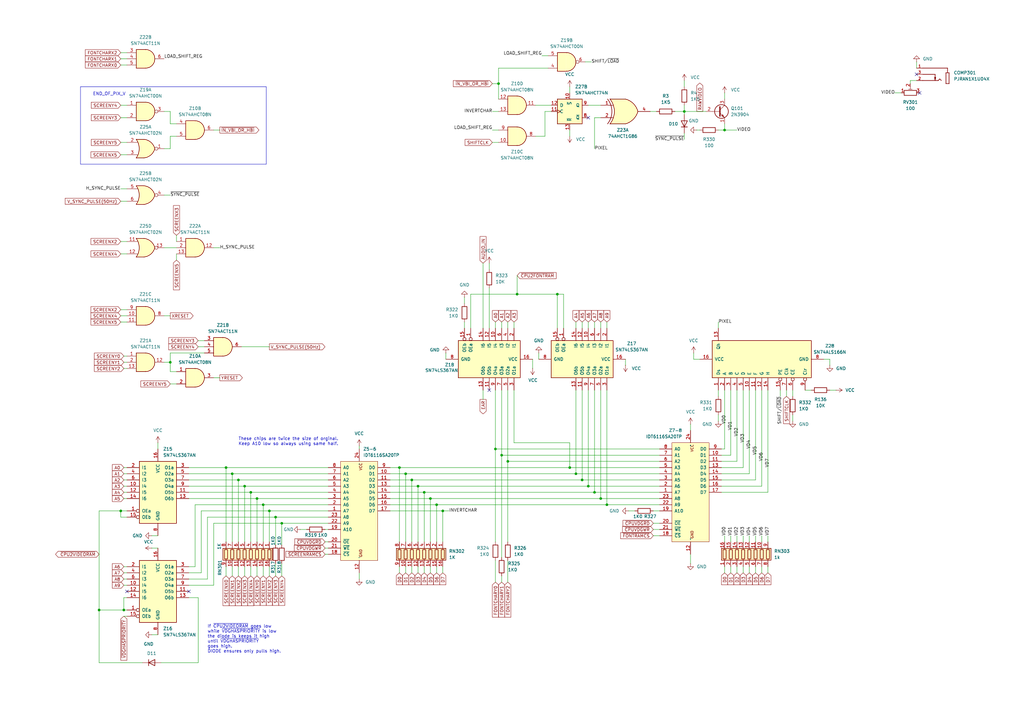
<source format=kicad_sch>
(kicad_sch (version 20250114) (generator "eeschema") (generator_version "9.0")
  (paper "A3")
  (title_block (title "JupiterAce Z80 plus KIO and new memory format.") (date "2023-02-09") (rev "${REVNUM}") (company "Ontobus") (comment 1 "John Bradley") (comment 2 "https://creativecommons.org/licenses/by-nc-sa/4.0/") (comment 3 "Attribution-NonCommercial-ShareAlike 4.0 International License.") (comment 4 "This work is licensed under a Creative Commons "))
  (text "These chips are twice the size of orginal.\nKeep A10 low so always using same half." (at 97.79 182.88 0) (effects (font (size 1.27 1.27)) (justify left bottom)))
  (text "If ~{CPU2VIDEORAM} goes low\nwhile ~{VDGHASPRIORITY} is low\nthe diode is keeps it high\nuntil ~{VDGHASPRIORITY} \ngoes high. \nDIODE ensures only pulls high." (at 85.09 267.97 0) (effects (font (size 1.27 1.27)) (justify left bottom)))
  (text "END_OF_PIX_V" (at 38.1 39.37 0) (effects (font (size 1.27 1.27)) (justify left bottom)))
  (junction (at 203.2 184.15))
  (junction (at 205.74 186.69))
  (junction (at 241.3 199.39))
  (junction (at 168.91 196.85))
  (junction (at 243.84 201.93))
  (junction (at 233.68 191.77))
  (junction (at 110.49 209.55))
  (junction (at 69.85 148.59))
  (junction (at 246.38 204.47))
  (junction (at 95.25 194.31))
  (junction (at 107.95 207.01))
  (junction (at 212.09 120.65))
  (junction (at 100.33 199.39))
  (junction (at 204.47 34.29))
  (junction (at 297.18 53.34))
  (junction (at 236.22 194.31))
  (junction (at 208.28 189.23))
  (junction (at 228.6 120.65))
  (junction (at 49.53 209.55))
  (junction (at 105.41 204.47))
  (junction (at 113.03 212.09))
  (junction (at 280.67 45.72))
  (junction (at 173.99 201.93))
  (junction (at 171.45 199.39))
  (junction (at 163.83 191.77))
  (junction (at 102.87 201.93))
  (junction (at 166.37 194.31))
  (junction (at 179.07 207.01))
  (junction (at 40.64 250.19))
  (junction (at 50.8 250.19))
  (junction (at 176.53 204.47))
  (junction (at 115.57 214.63))
  (junction (at 92.71 191.77))
  (junction (at 181.61 209.55))
  (junction (at 248.92 207.01))
  (junction (at 238.76 196.85))
  (junction (at 97.79 196.85))
  (no_connect (at 77.47 242.57))
  (no_connect (at 375.92 30.48))
  (no_connect (at 200.66 160.02))
  (no_connect (at 241.3 48.26))
  (no_connect (at 377.19 38.1))
  (no_connect (at 52.07 242.57))
  (wire (pts (xy 367.03 38.1) (xy 369.57 38.1)))
  (wire (pts (xy 77.47 234.95) (xy 82.55 234.95)))
  (wire (pts (xy 107.95 232.41) (xy 107.95 236.22)))
  (wire (pts (xy 134.62 217.17) (xy 133.35 217.17)))
  (wire (pts (xy 267.97 217.17) (xy 270.51 217.17)))
  (wire (pts (xy 205.74 186.69) (xy 205.74 228.6)))
  (wire (pts (xy 322.58 160.02) (xy 322.58 162.56)))
  (wire (pts (xy 87.63 154.94) (xy 90.17 154.94)))
  (wire (pts (xy 243.84 48.26) (xy 246.38 48.26)))
  (wire (pts (xy 160.02 196.85) (xy 168.91 196.85)))
  (wire (pts (xy 52.07 82.55) (xy 49.53 82.55)))
  (wire (pts (xy 297.18 53.34) (xy 302.26 53.34)))
  (wire (pts (xy 52.07 201.93) (xy 50.8 201.93)))
  (wire (pts (xy 52.07 148.59) (xy 50.8 148.59)))
  (wire (pts (xy 283.21 176.53) (xy 283.21 173.99)))
  (wire (pts (xy 72.39 99.06) (xy 72.39 96.52)))
  (wire (pts (xy 147.32 184.15) (xy 147.32 182.88)))
  (wire (pts (xy 248.92 207.01) (xy 270.51 207.01)))
  (wire (pts (xy 198.12 107.95) (xy 198.12 134.62)))
  (wire (pts (xy 52.07 104.14) (xy 49.53 104.14)))
  (wire (pts (xy 223.52 55.88) (xy 223.52 45.72)))
  (wire (pts (xy 77.47 191.77) (xy 92.71 191.77)))
  (wire (pts (xy 72.39 104.14) (xy 72.39 106.68)))
  (wire (pts (xy 40.64 209.55) (xy 40.64 250.19)))
  (wire (pts (xy 270.51 214.63) (xy 267.97 214.63)))
  (wire (pts (xy 314.96 160.02) (xy 314.96 201.93)))
  (wire (pts (xy 205.74 238.76) (xy 205.74 236.22)))
  (polyline (pts (xy 33.02 35.56) (xy 33.02 67.31)))
  (wire (pts (xy 52.07 194.31) (xy 50.8 194.31)))
  (wire (pts (xy 320.04 162.56) (xy 320.04 160.02)))
  (wire (pts (xy 77.47 199.39) (xy 100.33 199.39)))
  (wire (pts (xy 267.97 219.71) (xy 270.51 219.71)))
  (wire (pts (xy 176.53 204.47) (xy 176.53 222.25)))
  (wire (pts (xy 173.99 201.93) (xy 173.99 222.25)))
  (wire (pts (xy 246.38 134.62) (xy 246.38 132.08)))
  (wire (pts (xy 77.47 232.41) (xy 80.01 232.41)))
  (wire (pts (xy 107.95 207.01) (xy 134.62 207.01)))
  (wire (pts (xy 81.28 271.78) (xy 66.04 271.78)))
  (wire (pts (xy 176.53 232.41) (xy 176.53 234.95)))
  (wire (pts (xy 287.02 53.34) (xy 285.75 53.34)))
  (wire (pts (xy 67.31 129.54) (xy 69.85 129.54)))
  (wire (pts (xy 62.23 224.79) (xy 64.77 224.79)))
  (wire (pts (xy 297.18 232.41) (xy 297.18 234.95)))
  (wire (pts (xy 204.47 27.94) (xy 224.79 27.94)))
  (wire (pts (xy 105.41 204.47) (xy 134.62 204.47)))
  (wire (pts (xy 233.68 181.61) (xy 233.68 191.77)))
  (wire (pts (xy 233.68 38.1) (xy 233.68 35.56)))
  (wire (pts (xy 49.53 24.13) (xy 52.07 24.13)))
  (wire (pts (xy 299.72 219.71) (xy 299.72 222.25)))
  (wire (pts (xy 72.39 152.4) (xy 69.85 152.4)))
  (wire (pts (xy 243.84 48.26) (xy 243.84 60.96)))
  (wire (pts (xy 200.66 107.95) (xy 200.66 110.49)))
  (wire (pts (xy 297.18 160.02) (xy 297.18 184.15)))
  (wire (pts (xy 200.66 134.62) (xy 200.66 118.11)))
  (wire (pts (xy 77.47 204.47) (xy 105.41 204.47)))
  (wire (pts (xy 304.8 160.02) (xy 304.8 191.77)))
  (wire (pts (xy 168.91 196.85) (xy 168.91 222.25)))
  (wire (pts (xy 82.55 209.55) (xy 82.55 234.95)))
  (wire (pts (xy 125.73 217.17) (xy 123.19 217.17)))
  (wire (pts (xy 208.28 229.87) (xy 208.28 238.76)))
  (wire (pts (xy 179.07 232.41) (xy 179.07 234.95)))
  (wire (pts (xy 297.18 40.64) (xy 297.18 38.1)))
  (wire (pts (xy 228.6 134.62) (xy 228.6 120.65)))
  (wire (pts (xy 203.2 184.15) (xy 203.2 222.25)))
  (wire (pts (xy 236.22 194.31) (xy 270.51 194.31)))
  (wire (pts (xy 85.09 212.09) (xy 85.09 237.49)))
  (wire (pts (xy 100.33 199.39) (xy 100.33 222.25)))
  (wire (pts (xy 69.85 152.4) (xy 69.85 148.59)))
  (wire (pts (xy 299.72 232.41) (xy 299.72 234.95)))
  (wire (pts (xy 52.07 240.03) (xy 50.8 240.03)))
  (wire (pts (xy 307.34 232.41) (xy 307.34 234.95)))
  (wire (pts (xy 270.51 186.69) (xy 205.74 186.69)))
  (wire (pts (xy 198.12 160.02) (xy 198.12 163.83)))
  (wire (pts (xy 110.49 209.55) (xy 110.49 222.25)))
  (wire (pts (xy 50.8 151.13) (xy 52.07 151.13)))
  (wire (pts (xy 307.34 219.71) (xy 307.34 222.25)))
  (wire (pts (xy 295.91 191.77) (xy 304.8 191.77)))
  (wire (pts (xy 295.91 199.39) (xy 312.42 199.39)))
  (wire (pts (xy 160.02 207.01) (xy 179.07 207.01)))
  (wire (pts (xy 102.87 201.93) (xy 102.87 222.25)))
  (wire (pts (xy 52.07 77.47) (xy 49.53 77.47)))
  (wire (pts (xy 52.07 212.09) (xy 49.53 212.09)))
  (wire (pts (xy 297.18 53.34) (xy 294.64 53.34)))
  (wire (pts (xy 210.82 181.61) (xy 210.82 160.02)))
  (wire (pts (xy 179.07 207.01) (xy 248.92 207.01)))
  (polyline (pts (xy 109.22 67.31) (xy 109.22 35.56)))
  (wire (pts (xy 69.85 50.8) (xy 69.85 45.72)))
  (wire (pts (xy 77.47 237.49) (xy 85.09 237.49)))
  (wire (pts (xy 81.28 142.24) (xy 83.82 142.24)))
  (wire (pts (xy 72.39 50.8) (xy 69.85 50.8)))
  (wire (pts (xy 193.04 120.65) (xy 193.04 134.62)))
  (wire (pts (xy 266.7 45.72) (xy 269.24 45.72)))
  (wire (pts (xy 304.8 232.41) (xy 304.8 234.95)))
  (wire (pts (xy 176.53 204.47) (xy 246.38 204.47)))
  (wire (pts (xy 87.63 53.34) (xy 90.17 53.34)))
  (wire (pts (xy 248.92 134.62) (xy 248.92 132.08)))
  (wire (pts (xy 52.07 234.95) (xy 50.8 234.95)))
  (wire (pts (xy 304.8 219.71) (xy 304.8 222.25)))
  (wire (pts (xy 40.64 271.78) (xy 58.42 271.78)))
  (wire (pts (xy 236.22 134.62) (xy 236.22 132.08)))
  (wire (pts (xy 260.35 209.55) (xy 257.81 209.55)))
  (wire (pts (xy 77.47 240.03) (xy 87.63 240.03)))
  (wire (pts (xy 171.45 199.39) (xy 171.45 222.25)))
  (wire (pts (xy 90.17 101.6) (xy 87.63 101.6)))
  (wire (pts (xy 40.64 209.55) (xy 49.53 209.55)))
  (wire (pts (xy 283.21 227.33) (xy 283.21 231.14)))
  (wire (pts (xy 182.88 144.78) (xy 182.88 147.32)))
  (wire (pts (xy 280.67 45.72) (xy 289.56 45.72)))
  (wire (pts (xy 113.03 231.14) (xy 113.03 236.22)))
  (wire (pts (xy 102.87 201.93) (xy 134.62 201.93)))
  (wire (pts (xy 307.34 160.02) (xy 307.34 194.31)))
  (wire (pts (xy 147.32 234.95) (xy 147.32 237.49)))
  (wire (pts (xy 294.64 170.18) (xy 294.64 172.72)))
  (wire (pts (xy 133.35 227.33) (xy 134.62 227.33)))
  (wire (pts (xy 87.63 214.63) (xy 115.57 214.63)))
  (wire (pts (xy 67.31 101.6) (xy 72.39 101.6)))
  (wire (pts (xy 166.37 194.31) (xy 236.22 194.31)))
  (wire (pts (xy 80.01 207.01) (xy 107.95 207.01)))
  (wire (pts (xy 69.85 55.88) (xy 69.85 60.96)))
  (wire (pts (xy 340.36 160.02) (xy 342.9 160.02)))
  (wire (pts (xy 49.53 212.09) (xy 49.53 209.55)))
  (wire (pts (xy 337.82 147.32) (xy 340.36 147.32)))
  (wire (pts (xy 270.51 209.55) (xy 267.97 209.55)))
  (wire (pts (xy 223.52 55.88) (xy 219.71 55.88)))
  (wire (pts (xy 309.88 219.71) (xy 309.88 222.25)))
  (wire (pts (xy 233.68 53.34) (xy 233.68 55.88)))
  (wire (pts (xy 181.61 209.55) (xy 181.61 222.25)))
  (wire (pts (xy 64.77 219.71) (xy 62.23 219.71)))
  (wire (pts (xy 375.92 33.02) (xy 373.38 33.02)))
  (wire (pts (xy 160.02 204.47) (xy 176.53 204.47)))
  (wire (pts (xy 107.95 207.01) (xy 107.95 222.25)))
  (wire (pts (xy 243.84 160.02) (xy 243.84 201.93)))
  (wire (pts (xy 280.67 33.02) (xy 280.67 35.56)))
  (wire (pts (xy 52.07 43.18) (xy 49.53 43.18)))
  (wire (pts (xy 52.07 199.39) (xy 50.8 199.39)))
  (wire (pts (xy 95.25 194.31) (xy 95.25 222.25)))
  (wire (pts (xy 105.41 204.47) (xy 105.41 222.25)))
  (wire (pts (xy 160.02 191.77) (xy 163.83 191.77)))
  (wire (pts (xy 270.51 189.23) (xy 208.28 189.23)))
  (wire (pts (xy 171.45 199.39) (xy 241.3 199.39)))
  (wire (pts (xy 69.85 148.59) (xy 69.85 144.78)))
  (wire (pts (xy 204.47 58.42) (xy 201.93 58.42)))
  (wire (pts (xy 203.2 134.62) (xy 203.2 132.08)))
  (wire (pts (xy 241.3 199.39) (xy 270.51 199.39)))
  (wire (pts (xy 102.87 232.41) (xy 102.87 236.22)))
  (wire (pts (xy 50.8 146.05) (xy 52.07 146.05)))
  (wire (pts (xy 205.74 160.02) (xy 205.74 186.69)))
  (wire (pts (xy 160.02 199.39) (xy 171.45 199.39)))
  (wire (pts (xy 133.35 224.79) (xy 134.62 224.79)))
  (wire (pts (xy 64.77 260.35) (xy 62.23 260.35)))
  (wire (pts (xy 212.09 120.65) (xy 212.09 113.03)))
  (wire (pts (xy 241.3 160.02) (xy 241.3 199.39)))
  (wire (pts (xy 87.63 214.63) (xy 87.63 240.03)))
  (wire (pts (xy 256.54 149.86) (xy 256.54 147.32)))
  (wire (pts (xy 233.68 191.77) (xy 270.51 191.77)))
  (wire (pts (xy 115.57 214.63) (xy 115.57 223.52)))
  (wire (pts (xy 105.41 232.41) (xy 105.41 236.22)))
  (wire (pts (xy 243.84 201.93) (xy 270.51 201.93)))
  (wire (pts (xy 294.64 162.56) (xy 294.64 160.02)))
  (wire (pts (xy 270.51 184.15) (xy 203.2 184.15)))
  (wire (pts (xy 168.91 232.41) (xy 168.91 234.95)))
  (wire (pts (xy 248.92 160.02) (xy 248.92 207.01)))
  (wire (pts (xy 52.07 232.41) (xy 50.8 232.41)))
  (wire (pts (xy 77.47 245.11) (xy 81.28 245.11)))
  (wire (pts (xy 295.91 189.23) (xy 302.26 189.23)))
  (wire (pts (xy 67.31 60.96) (xy 69.85 60.96)))
  (wire (pts (xy 113.03 212.09) (xy 113.03 223.52)))
  (wire (pts (xy 92.71 191.77) (xy 92.71 222.25)))
  (wire (pts (xy 325.12 172.72) (xy 325.12 170.18)))
  (wire (pts (xy 173.99 201.93) (xy 243.84 201.93)))
  (wire (pts (xy 52.07 21.59) (xy 49.53 21.59)))
  (wire (pts (xy 95.25 232.41) (xy 95.25 236.22)))
  (wire (pts (xy 294.64 132.08) (xy 294.64 134.62)))
  (wire (pts (xy 201.93 45.72) (xy 204.47 45.72)))
  (polyline (pts (xy 109.22 35.56) (xy 33.02 35.56)))
  (wire (pts (xy 312.42 219.71) (xy 312.42 222.25)))
  (wire (pts (xy 210.82 134.62) (xy 210.82 132.08)))
  (wire (pts (xy 49.53 129.54) (xy 52.07 129.54)))
  (wire (pts (xy 203.2 229.87) (xy 203.2 238.76)))
  (wire (pts (xy 52.07 196.85) (xy 50.8 196.85)))
  (wire (pts (xy 190.5 132.08) (xy 190.5 134.62)))
  (wire (pts (xy 218.44 147.32) (xy 218.44 151.13)))
  (wire (pts (xy 210.82 181.61) (xy 233.68 181.61)))
  (wire (pts (xy 314.96 219.71) (xy 314.96 222.25)))
  (wire (pts (xy 325.12 160.02) (xy 325.12 162.56)))
  (wire (pts (xy 181.61 232.41) (xy 181.61 234.95)))
  (wire (pts (xy 100.33 199.39) (xy 134.62 199.39)))
  (wire (pts (xy 173.99 232.41) (xy 173.99 234.95)))
  (wire (pts (xy 50.8 250.19) (xy 52.07 250.19)))
  (wire (pts (xy 204.47 34.29) (xy 204.47 40.64)))
  (wire (pts (xy 110.49 232.41) (xy 110.49 236.22)))
  (wire (pts (xy 208.28 160.02) (xy 208.28 189.23)))
  (wire (pts (xy 82.55 209.55) (xy 110.49 209.55)))
  (wire (pts (xy 113.03 212.09) (xy 134.62 212.09)))
  (wire (pts (xy 208.28 134.62) (xy 208.28 132.08)))
  (wire (pts (xy 295.91 186.69) (xy 299.72 186.69)))
  (wire (pts (xy 243.84 134.62) (xy 243.84 132.08)))
  (wire (pts (xy 163.83 191.77) (xy 233.68 191.77)))
  (wire (pts (xy 246.38 204.47) (xy 270.51 204.47)))
  (wire (pts (xy 100.33 232.41) (xy 100.33 236.22)))
  (wire (pts (xy 280.67 46.99) (xy 280.67 45.72)))
  (wire (pts (xy 373.38 33.02) (xy 373.38 34.29)))
  (wire (pts (xy 246.38 43.18) (xy 241.3 43.18)))
  (wire (pts (xy 171.45 232.41) (xy 171.45 234.95)))
  (polyline (pts (xy 33.02 67.31) (xy 109.22 67.31)))
  (wire (pts (xy 134.62 196.85) (xy 97.79 196.85)))
  (wire (pts (xy 312.42 232.41) (xy 312.42 234.95)))
  (wire (pts (xy 81.28 245.11) (xy 81.28 271.78)))
  (wire (pts (xy 297.18 50.8) (xy 297.18 53.34)))
  (wire (pts (xy 302.26 232.41) (xy 302.26 234.95)))
  (wire (pts (xy 375.92 25.4) (xy 375.92 27.94)))
  (wire (pts (xy 115.57 231.14) (xy 115.57 236.22)))
  (wire (pts (xy 52.07 63.5) (xy 49.53 63.5)))
  (wire (pts (xy 280.67 54.61) (xy 280.67 57.15)))
  (wire (pts (xy 201.93 34.29) (xy 204.47 34.29)))
  (wire (pts (xy 160.02 209.55) (xy 181.61 209.55)))
  (wire (pts (xy 133.35 222.25) (xy 134.62 222.25)))
  (wire (pts (xy 50.8 245.11) (xy 52.07 245.11)))
  (wire (pts (xy 166.37 194.31) (xy 166.37 222.25)))
  (wire (pts (xy 77.47 194.31) (xy 95.25 194.31)))
  (wire (pts (xy 52.07 58.42) (xy 49.53 58.42)))
  (wire (pts (xy 205.74 134.62) (xy 205.74 132.08)))
  (wire (pts (xy 69.85 144.78) (xy 83.82 144.78)))
  (wire (pts (xy 97.79 232.41) (xy 97.79 236.22)))
  (wire (pts (xy 231.14 134.62) (xy 231.14 120.65)))
  (wire (pts (xy 115.57 214.63) (xy 134.62 214.63)))
  (wire (pts (xy 179.07 207.01) (xy 179.07 222.25)))
  (wire (pts (xy 309.88 160.02) (xy 309.88 196.85)))
  (wire (pts (xy 302.26 219.71) (xy 302.26 222.25)))
  (wire (pts (xy 330.2 160.02) (xy 332.74 160.02)))
  (wire (pts (xy 67.31 80.01) (xy 69.85 80.01)))
  (wire (pts (xy 52.07 204.47) (xy 50.8 204.47)))
  (wire (pts (xy 50.8 245.11) (xy 50.8 250.19)))
  (wire (pts (xy 312.42 160.02) (xy 312.42 199.39)))
  (wire (pts (xy 52.07 191.77) (xy 50.8 191.77)))
  (wire (pts (xy 246.38 160.02) (xy 246.38 204.47)))
  (wire (pts (xy 40.64 250.19) (xy 50.8 250.19)))
  (wire (pts (xy 203.2 160.02) (xy 203.2 184.15)))
  (wire (pts (xy 52.07 99.06) (xy 49.53 99.06)))
  (wire (pts (xy 220.98 147.32) (xy 220.98 144.78)))
  (wire (pts (xy 295.91 194.31) (xy 307.34 194.31)))
  (wire (pts (xy 77.47 201.93) (xy 102.87 201.93)))
  (wire (pts (xy 309.88 232.41) (xy 309.88 234.95)))
  (wire (pts (xy 238.76 196.85) (xy 270.51 196.85)))
  (wire (pts (xy 297.18 219.71) (xy 297.18 222.25)))
  (wire (pts (xy 49.53 209.55) (xy 52.07 209.55)))
  (wire (pts (xy 168.91 196.85) (xy 238.76 196.85)))
  (wire (pts (xy 72.39 55.88) (xy 69.85 55.88)))
  (wire (pts (xy 284.48 147.32) (xy 284.48 144.78)))
  (wire (pts (xy 181.61 209.55) (xy 184.15 209.55)))
  (wire (pts (xy 276.86 45.72) (xy 280.67 45.72)))
  (wire (pts (xy 49.53 127) (xy 52.07 127)))
  (wire (pts (xy 80.01 207.01) (xy 80.01 232.41)))
  (wire (pts (xy 340.36 149.86) (xy 340.36 147.32)))
  (wire (pts (xy 228.6 120.65) (xy 231.14 120.65)))
  (wire (pts (xy 204.47 27.94) (xy 204.47 34.29)))
  (wire (pts (xy 52.07 26.67) (xy 49.53 26.67)))
  (wire (pts (xy 77.47 196.85) (xy 97.79 196.85)))
  (wire (pts (xy 287.02 147.32) (xy 284.48 147.32)))
  (wire (pts (xy 163.83 232.41) (xy 163.83 234.95)))
  (wire (pts (xy 166.37 232.41) (xy 166.37 234.95)))
  (wire (pts (xy 110.49 209.55) (xy 134.62 209.55)))
  (wire (pts (xy 160.02 194.31) (xy 166.37 194.31)))
  (wire (pts (xy 64.77 184.15) (xy 64.77 181.61)))
  (wire (pts (xy 95.25 194.31) (xy 134.62 194.31)))
  (wire (pts (xy 163.83 191.77) (xy 163.83 222.25)))
  (wire (pts (xy 238.76 134.62) (xy 238.76 132.08)))
  (wire (pts (xy 236.22 160.02) (xy 236.22 194.31)))
  (wire (pts (xy 219.71 43.18) (xy 226.06 43.18)))
  (wire (pts (xy 99.06 142.24) (xy 110.49 142.24)))
  (wire (pts (xy 238.76 160.02) (xy 238.76 196.85)))
  (wire (pts (xy 52.07 237.49) (xy 50.8 237.49)))
  (wire (pts (xy 81.28 139.7) (xy 83.82 139.7)))
  (wire (pts (xy 92.71 191.77) (xy 134.62 191.77)))
  (wire (pts (xy 85.09 212.09) (xy 113.03 212.09)))
  (wire (pts (xy 97.79 196.85) (xy 97.79 222.25)))
  (wire (pts (xy 49.53 132.08) (xy 52.07 132.08)))
  (wire (pts (xy 212.09 120.65) (xy 228.6 120.65)))
  (wire (pts (xy 295.91 196.85) (xy 309.88 196.85)))
  (wire (pts (xy 299.72 160.02) (xy 299.72 186.69)))
  (wire (pts (xy 223.52 45.72) (xy 226.06 45.72)))
  (wire (pts (xy 222.25 22.86) (xy 224.79 22.86)))
  (wire (pts (xy 72.39 157.48) (xy 69.85 157.48)))
  (wire (pts (xy 67.31 45.72) (xy 69.85 45.72)))
  (wire (pts (xy 241.3 134.62) (xy 241.3 132.08)))
  (wire (pts (xy 295.91 184.15) (xy 297.18 184.15)))
  (wire (pts (xy 201.93 53.34) (xy 204.47 53.34)))
  (wire (pts (xy 295.91 201.93) (xy 314.96 201.93)))
  (wire (pts (xy 52.07 48.26) (xy 49.53 48.26)))
  (wire (pts (xy 190.5 121.92) (xy 190.5 124.46)))
  (wire (pts (xy 160.02 201.93) (xy 173.99 201.93)))
  (wire (pts (xy 40.64 250.19) (xy 40.64 271.78)))
  (wire (pts (xy 240.03 25.4) (xy 242.57 25.4)))
  (wire (pts (xy 208.28 189.23) (xy 208.28 222.25)))
  (wire (pts (xy 69.85 148.59) (xy 67.31 148.59)))
  (wire (pts (xy 314.96 232.41) (xy 314.96 234.95)))
  (wire (pts (xy 92.71 232.41) (xy 92.71 236.22)))
  (wire (pts (xy 280.67 43.18) (xy 280.67 45.72)))
  (wire (pts (xy 302.26 160.02) (xy 302.26 189.23)))
  (wire (pts (xy 52.07 252.73) (xy 50.8 252.73)))
  (wire (pts (xy 193.04 120.65) (xy 212.09 120.65)))
  (label "VD4" (at 307.34 219.71 90))
  (label "LOAD_SHIFT_REG" (at 67.31 24.13 0))
  (label "SHIFT{slash}~{LOAD}" (at 242.57 25.4 0))
  (label "PIXEL" (at 243.84 60.96 0))
  (label "VD1" (at 299.72 172.72 270))
  (label "VIDEO" (at 367.03 38.1 180))
  (label "VD0" (at 297.18 219.71 90))
  (label "LOAD_SHIFT_REG" (at 222.25 22.86 180))
  (label "VD1" (at 299.72 219.71 90))
  (label "SHIFT{slash}~{LOAD}" (at 320.04 162.56 270))
  (label "VD3" (at 304.8 177.8 270))
  (label "VIDEO" (at 302.26 53.34 0))
  (label "VD4" (at 307.34 180.34 270))
  (label "VD0" (at 297.18 170.18 270))
  (label "H_SYNC_PULSE" (at 90.17 101.6 0))
  (label "LOAD_SHIFT_REG" (at 201.93 53.34 180))
  (label "~{SYNC_PULSE}" (at 69.85 80.01 0))
  (label "~{SYNC_PULSE}" (at 280.67 57.15 180))
  (label "VD5" (at 309.88 182.88 270))
  (label "VD6" (at 312.42 185.42 270))
  (label "VD2" (at 302.26 219.71 90))
  (label "H_SYNC_PULSE" (at 49.53 77.47 180))
  (label "VD7" (at 314.96 187.96 270))
  (label "INVERTCHAR" (at 184.15 209.55 0))
  (label "VD7" (at 314.96 219.71 90))
  (label "PIXEL" (at 294.64 132.08 0))
  (label "VD2" (at 302.26 175.26 270))
  (label "INVERTCHAR" (at 201.93 45.72 180))
  (label "VD5" (at 309.88 219.71 90))
  (label "VD6" (at 312.42 219.71 90))
  (label "VD3" (at 304.8 219.71 90))
  (global_label "~{IN_VBI_OR_HBI}" (shape output) (at 90.17 53.34 0) (property "Intersheetrefs" "${INTERSHEET_REFS}" (at 106.1083 53.34 0) (effects (justify left))))
  (global_label "A4" (shape input) (at 50.8 201.93 180) (property "Intersheetrefs" "${INTERSHEET_REFS}" (at 46.1709 201.93 0) (effects (justify right))))
  (global_label "~{CPU2FONTRAM}" (shape input) (at 212.09 113.03 0) (property "Intersheetrefs" "${INTERSHEET_REFS}" (at 228.0282 113.03 0) (effects (justify left))))
  (global_label "SCREENX3" (shape input) (at 100.33 236.22 270) (property "Intersheetrefs" "${INTERSHEET_REFS}" (at 100.33 248.348 90) (effects (justify right))))
  (global_label "SCREENX3" (shape input) (at 72.39 96.52 90) (property "Intersheetrefs" "${INTERSHEET_REFS}" (at 72.39 84.392 90) (effects (justify left))))
  (global_label "~{SCREENRAMCS}" (shape input) (at 133.35 227.33 180) (property "Intersheetrefs" "${INTERSHEET_REFS}" (at 119.2866 227.33 0) (effects (justify right))))
  (global_label "SCREENY5" (shape input) (at 49.53 58.42 180) (property "Intersheetrefs" "${INTERSHEET_REFS}" (at 37.5229 58.42 0) (effects (justify right))))
  (global_label "D0" (shape input) (at 163.83 234.95 270) (property "Intersheetrefs" "${INTERSHEET_REFS}" (at 163.83 239.7605 90) (effects (justify right))))
  (global_label "D3" (shape input) (at 171.45 234.95 270) (property "Intersheetrefs" "${INTERSHEET_REFS}" (at 171.45 239.7605 90) (effects (justify right))))
  (global_label "~{FONTRAMCS}" (shape input) (at 267.97 219.71 180) (property "Intersheetrefs" "${INTERSHEET_REFS}" (at 254.6323 219.71 0) (effects (justify right))))
  (global_label "SCREENX4" (shape input) (at 49.53 104.14 180) (property "Intersheetrefs" "${INTERSHEET_REFS}" (at 37.402 104.14 0) (effects (justify right))))
  (global_label "SCREENY2" (shape input) (at 110.49 236.22 270) (property "Intersheetrefs" "${INTERSHEET_REFS}" (at 110.49 248.2271 90) (effects (justify right))))
  (global_label "EAR" (shape output) (at 198.12 163.83 270) (property "Intersheetrefs" "${INTERSHEET_REFS}" (at 198.12 169.6686 90) (effects (justify right))))
  (global_label "D7" (shape input) (at 181.61 234.95 270) (property "Intersheetrefs" "${INTERSHEET_REFS}" (at 181.61 239.7605 90) (effects (justify right))))
  (global_label "D2" (shape input) (at 302.26 234.95 270) (property "Intersheetrefs" "${INTERSHEET_REFS}" (at 302.26 239.7605 90) (effects (justify right))))
  (global_label "~{CPUVDGWR}" (shape input) (at 267.97 217.17 180) (property "Intersheetrefs" "${INTERSHEET_REFS}" (at 255.4185 217.17 0) (effects (justify right))))
  (global_label "FONTCHARX2" (shape input) (at 49.53 21.59 180) (property "Intersheetrefs" "${INTERSHEET_REFS}" (at 35.1037 21.59 0) (effects (justify right))))
  (global_label "A7" (shape input) (at 243.84 132.08 90) (property "Intersheetrefs" "${INTERSHEET_REFS}" (at 243.84 127.4509 90) (effects (justify left))))
  (global_label "SCREENY2" (shape input) (at 50.8 151.13 180) (property "Intersheetrefs" "${INTERSHEET_REFS}" (at 38.7929 151.13 0) (effects (justify right))))
  (global_label "D3" (shape input) (at 304.8 234.95 270) (property "Intersheetrefs" "${INTERSHEET_REFS}" (at 304.8 239.7605 90) (effects (justify right))))
  (global_label "A6" (shape input) (at 50.8 232.41 180) (property "Intersheetrefs" "${INTERSHEET_REFS}" (at 46.1709 232.41 0) (effects (justify right))))
  (global_label "FONTCHARX0" (shape input) (at 49.53 26.67 180) (property "Intersheetrefs" "${INTERSHEET_REFS}" (at 35.1037 26.67 0) (effects (justify right))))
  (global_label "A5" (shape input) (at 50.8 204.47 180) (property "Intersheetrefs" "${INTERSHEET_REFS}" (at 46.1709 204.47 0) (effects (justify right))))
  (global_label "~{VDGHASPRIORITY}" (shape input) (at 50.8 252.73 270) (property "Intersheetrefs" "${INTERSHEET_REFS}" (at 50.8 270.7245 90) (effects (justify right))))
  (global_label "FONTCHARX1" (shape input) (at 49.53 24.13 180) (property "Intersheetrefs" "${INTERSHEET_REFS}" (at 35.1037 24.13 0) (effects (justify right))))
  (global_label "FONTCHARY0" (shape input) (at 203.2 238.76 270) (property "Intersheetrefs" "${INTERSHEET_REFS}" (at 203.2 253.0654 90) (effects (justify right))))
  (global_label "A8" (shape input) (at 246.38 132.08 90) (property "Intersheetrefs" "${INTERSHEET_REFS}" (at 246.38 127.4509 90) (effects (justify left))))
  (global_label "D6" (shape input) (at 179.07 234.95 270) (property "Intersheetrefs" "${INTERSHEET_REFS}" (at 179.07 239.7605 90) (effects (justify right))))
  (global_label "A5" (shape input) (at 238.76 132.08 90) (property "Intersheetrefs" "${INTERSHEET_REFS}" (at 238.76 127.4509 90) (effects (justify left))))
  (global_label "SCREENY5" (shape input) (at 69.85 157.48 180) (property "Intersheetrefs" "${INTERSHEET_REFS}" (at 57.8429 157.48 0) (effects (justify right))))
  (global_label "~{CPUVDGWR}" (shape input) (at 133.35 224.79 180) (property "Intersheetrefs" "${INTERSHEET_REFS}" (at 120.7985 224.79 0) (effects (justify right))))
  (global_label "XRESET" (shape output) (at 69.85 129.54 0) (property "Intersheetrefs" "${INTERSHEET_REFS}" (at 79.1356 129.54 0) (effects (justify left))))
  (global_label "D4" (shape input) (at 173.99 234.95 270) (property "Intersheetrefs" "${INTERSHEET_REFS}" (at 173.99 239.7605 90) (effects (justify right))))
  (global_label "YRESET" (shape output) (at 90.17 154.94 0) (property "Intersheetrefs" "${INTERSHEET_REFS}" (at 99.3347 154.94 0) (effects (justify left))))
  (global_label "FONTCHARY1" (shape input) (at 205.74 238.76 270) (property "Intersheetrefs" "${INTERSHEET_REFS}" (at 205.74 253.0654 90) (effects (justify right))))
  (global_label "D2" (shape input) (at 168.91 234.95 270) (property "Intersheetrefs" "${INTERSHEET_REFS}" (at 168.91 239.7605 90) (effects (justify right))))
  (global_label "A1" (shape input) (at 50.8 194.31 180) (property "Intersheetrefs" "${INTERSHEET_REFS}" (at 46.1709 194.31 0) (effects (justify right))))
  (global_label "D7" (shape input) (at 314.96 234.95 270) (property "Intersheetrefs" "${INTERSHEET_REFS}" (at 314.96 239.7605 90) (effects (justify right))))
  (global_label "SCREENY4" (shape input) (at 81.28 142.24 180) (property "Intersheetrefs" "${INTERSHEET_REFS}" (at 69.2729 142.24 0) (effects (justify right))))
  (global_label "D6" (shape input) (at 312.42 234.95 270) (property "Intersheetrefs" "${INTERSHEET_REFS}" (at 312.42 239.7605 90) (effects (justify right))))
  (global_label "A3" (shape input) (at 210.82 132.08 90) (property "Intersheetrefs" "${INTERSHEET_REFS}" (at 210.82 127.4509 90) (effects (justify left))))
  (global_label "SCREENX5" (shape input) (at 49.53 63.5 180) (property "Intersheetrefs" "${INTERSHEET_REFS}" (at 37.402 63.5 0) (effects (justify right))))
  (global_label "A8" (shape input) (at 50.8 237.49 180) (property "Intersheetrefs" "${INTERSHEET_REFS}" (at 46.1709 237.49 0) (effects (justify right))))
  (global_label "SCREENY0" (shape input) (at 50.8 146.05 180) (property "Intersheetrefs" "${INTERSHEET_REFS}" (at 38.7929 146.05 0) (effects (justify right))))
  (global_label "SHIFTCLK" (shape input) (at 201.93 58.42 180) (property "Intersheetrefs" "${INTERSHEET_REFS}" (at 190.8299 58.42 0) (effects (justify right))))
  (global_label "~{IN_VBI_OR_HBI}" (shape input) (at 201.93 34.29 180) (property "Intersheetrefs" "${INTERSHEET_REFS}" (at 185.9917 34.29 0) (effects (justify right))))
  (global_label "D0" (shape input) (at 297.18 234.95 270) (property "Intersheetrefs" "${INTERSHEET_REFS}" (at 297.18 239.7605 90) (effects (justify right))))
  (global_label "A4" (shape input) (at 236.22 132.08 90) (property "Intersheetrefs" "${INTERSHEET_REFS}" (at 236.22 127.4509 90) (effects (justify left))))
  (global_label "A1" (shape input) (at 205.74 132.08 90) (property "Intersheetrefs" "${INTERSHEET_REFS}" (at 205.74 127.4509 90) (effects (justify left))))
  (global_label "~{CPUVDGRD}" (shape input) (at 133.35 222.25 180) (property "Intersheetrefs" "${INTERSHEET_REFS}" (at 120.9799 222.25 0) (effects (justify right))))
  (global_label "A2" (shape input) (at 208.28 132.08 90) (property "Intersheetrefs" "${INTERSHEET_REFS}" (at 208.28 127.4509 90) (effects (justify left))))
  (global_label "SCREENX2" (shape input) (at 97.79 236.22 270) (property "Intersheetrefs" "${INTERSHEET_REFS}" (at 97.79 248.348 90) (effects (justify right))))
  (global_label "A0" (shape input) (at 50.8 191.77 180) (property "Intersheetrefs" "${INTERSHEET_REFS}" (at 46.1709 191.77 0) (effects (justify right))))
  (global_label "A3" (shape input) (at 50.8 199.39 180) (property "Intersheetrefs" "${INTERSHEET_REFS}" (at 46.1709 199.39 0) (effects (justify right))))
  (global_label "SCREENY3" (shape input) (at 81.28 139.7 180) (property "Intersheetrefs" "${INTERSHEET_REFS}" (at 69.2729 139.7 0) (effects (justify right))))
  (global_label "A9" (shape input) (at 248.92 132.08 90) (property "Intersheetrefs" "${INTERSHEET_REFS}" (at 248.92 127.4509 90) (effects (justify left))))
  (global_label "A9" (shape input) (at 50.8 240.03 180) (property "Intersheetrefs" "${INTERSHEET_REFS}" (at 46.1709 240.03 0) (effects (justify right))))
  (global_label "SCREENX5" (shape input) (at 72.39 106.68 270) (property "Intersheetrefs" "${INTERSHEET_REFS}" (at 72.39 118.808 90) (effects (justify right))))
  (global_label "D5" (shape input) (at 176.53 234.95 270) (property "Intersheetrefs" "${INTERSHEET_REFS}" (at 176.53 239.7605 90) (effects (justify right))))
  (global_label "SCREENY3" (shape input) (at 113.03 236.22 270) (property "Intersheetrefs" "${INTERSHEET_REFS}" (at 113.03 248.2271 90) (effects (justify right))))
  (global_label "D4" (shape input) (at 307.34 234.95 270) (property "Intersheetrefs" "${INTERSHEET_REFS}" (at 307.34 239.7605 90) (effects (justify right))))
  (global_label "V_SYNC_PULSE(50Hz)" (shape output) (at 110.49 142.24 0) (property "Intersheetrefs" "${INTERSHEET_REFS}" (at 133.2015 142.24 0) (effects (justify left))))
  (global_label "D1" (shape input) (at 299.72 234.95 270) (property "Intersheetrefs" "${INTERSHEET_REFS}" (at 299.72 239.7605 90) (effects (justify right))))
  (global_label "SCREENY4" (shape input) (at 115.57 236.22 270) (property "Intersheetrefs" "${INTERSHEET_REFS}" (at 115.57 248.2271 90) (effects (justify right))))
  (global_label "SCREENX0" (shape input) (at 92.71 236.22 270) (property "Intersheetrefs" "${INTERSHEET_REFS}" (at 92.71 248.348 90) (effects (justify right))))
  (global_label "SHIFTCLK" (shape input) (at 322.58 162.56 270) (property "Intersheetrefs" "${INTERSHEET_REFS}" (at 322.58 173.6601 90) (effects (justify right))))
  (global_label "SCREENX1" (shape input) (at 95.25 236.22 270) (property "Intersheetrefs" "${INTERSHEET_REFS}" (at 95.25 248.348 90) (effects (justify right))))
  (global_label "SCREENY1" (shape input) (at 107.95 236.22 270) (property "Intersheetrefs" "${INTERSHEET_REFS}" (at 107.95 248.2271 90) (effects (justify right))))
  (global_label "AUDIO_IN" (shape input) (at 198.12 107.95 90) (property "Intersheetrefs" "${INTERSHEET_REFS}" (at 198.12 97.0917 90) (effects (justify left))))
  (global_label "SCREENX2" (shape input) (at 49.53 99.06 180) (property "Intersheetrefs" "${INTERSHEET_REFS}" (at 37.402 99.06 0) (effects (justify right))))
  (global_label "A2" (shape input) (at 50.8 196.85 180) (property "Intersheetrefs" "${INTERSHEET_REFS}" (at 46.1709 196.85 0) (effects (justify right))))
  (global_label "SCREENX2" (shape input) (at 49.53 127 180) (property "Intersheetrefs" "${INTERSHEET_REFS}" (at 37.402 127 0) (effects (justify right))))
  (global_label "SCREENX4" (shape input) (at 102.87 236.22 270) (property "Intersheetrefs" "${INTERSHEET_REFS}" (at 102.87 248.348 90) (effects (justify right))))
  (global_label "~{CPUVDGRD}" (shape input) (at 267.97 214.63 180) (property "Intersheetrefs" "${INTERSHEET_REFS}" (at 255.5999 214.63 0) (effects (justify right))))
  (global_label "V_SYNC_PULSE(50Hz)" (shape input) (at 49.53 82.55 180) (property "Intersheetrefs" "${INTERSHEET_REFS}" (at 26.8185 82.55 0) (effects (justify right))))
  (global_label "SCREENY3" (shape input) (at 49.53 48.26 180) (property "Intersheetrefs" "${INTERSHEET_REFS}" (at 37.5229 48.26 0) (effects (justify right))))
  (global_label "A0" (shape input) (at 203.2 132.08 90) (property "Intersheetrefs" "${INTERSHEET_REFS}" (at 203.2 127.4509 90) (effects (justify left))))
  (global_label "RAWVIDEO" (shape output) (at 287.02 45.72 90) (property "Intersheetrefs" "${INTERSHEET_REFS}" (at 287.02 34.1361 90) (effects (justify left))))
  (global_label "SCREENY0" (shape input) (at 105.41 236.22 270) (property "Intersheetrefs" "${INTERSHEET_REFS}" (at 105.41 248.2271 90) (effects (justify right))))
  (global_label "SCREENX5" (shape input) (at 49.53 132.08 180) (property "Intersheetrefs" "${INTERSHEET_REFS}" (at 37.402 132.08 0) (effects (justify right))))
  (global_label "A7" (shape input) (at 50.8 234.95 180) (property "Intersheetrefs" "${INTERSHEET_REFS}" (at 46.1709 234.95 0) (effects (justify right))))
  (global_label "~{CPU2VIDEORAM}" (shape bidirectional) (at 40.64 227.33 180) (property "Intersheetrefs" "${INTERSHEET_REFS}" (at 23.0236 227.33 0) (effects (justify right))))
  (global_label "D5" (shape input) (at 309.88 234.95 270) (property "Intersheetrefs" "${INTERSHEET_REFS}" (at 309.88 239.7605 90) (effects (justify right))))
  (global_label "SCREENY1" (shape input) (at 50.8 148.59 180) (property "Intersheetrefs" "${INTERSHEET_REFS}" (at 38.7929 148.59 0) (effects (justify right))))
  (global_label "SCREENX4" (shape input) (at 49.53 129.54 180) (property "Intersheetrefs" "${INTERSHEET_REFS}" (at 37.402 129.54 0) (effects (justify right))))
  (global_label "SCREENY4" (shape input) (at 49.53 43.18 180) (property "Intersheetrefs" "${INTERSHEET_REFS}" (at 37.5229 43.18 0) (effects (justify right))))
  (global_label "D1" (shape input) (at 166.37 234.95 270) (property "Intersheetrefs" "${INTERSHEET_REFS}" (at 166.37 239.7605 90) (effects (justify right))))
  (global_label "FONTCHARY2" (shape input) (at 208.28 238.76 270) (property "Intersheetrefs" "${INTERSHEET_REFS}" (at 208.28 253.0654 90) (effects (justify right))))
  (global_label "A6" (shape input) (at 241.3 132.08 90) (property "Intersheetrefs" "${INTERSHEET_REFS}" (at 241.3 127.4509 90) (effects (justify left))))
  (symbol (lib_id "ExtraSymbols:6116P") (at 147.32 209.55 0) (unit 1)
    (property "Reference" "Z5-6" (at 148.9711 184.15 0) (effects (justify left)))
    (property "Value" "IDT6116SA20TP" (at 148.9711 186.69 0) (effects (justify left)))
    (property "Footprint" "Package_DIP:DIP-24_W7.62mm" (effects (hide yes)))
  )
  (symbol (lib_id "Device:R") (at 205.74 232.41 0) (unit 1)
    (property "Reference" "R325" (at 208.28 231.1399 0) (effects (justify left)))
    (property "Value" "1K0" (at 208.28 233.6799 0) (effects (justify left)))
    (property "Footprint" "Resistor_THT:R_Axial_DIN0204_L3.6mm_D1.6mm_P2.54mm_Vertical" (effects (hide yes)))
    (property "Description" "Resistor" (effects (hide yes)))
  )
  (symbol (lib_id "Device:R_Pack08") (at 100.33 227.33 180) (unit 1)
    (property "Reference" "RN301" (at 90.17 229.616 90) (effects (justify left)))
    (property "Value" "1K" (at 89.916 222.758 90) (effects (justify left)))
    (property "Footprint" "Package_DIP:DIP-16_W7.62mm" (effects (hide yes)))
    (property "Description" "8 resistor network, parallel topology" (effects (hide yes)))
  )
  (symbol (lib_id "Transistor_BJT:2N3904") (at 294.64 45.72 0) (unit 1)
    (property "Reference" "Q101" (at 299.72 44.4499 0) (effects (justify left)))
    (property "Value" "2N3904" (at 299.72 46.9899 0) (effects (justify left)))
    (property "Footprint" "Package_TO_SOT_THT:TO-92_Inline" (effects (hide yes)))
    (property "Datasheet" "https://www.onsemi.com/pub/Collateral/2N3903-D.PDF" (effects (hide yes)))
    (property "Description" "0.2A Ic, 40V Vce, Small Signal NPN Transistor, TO-92" (effects (hide yes)))
  )
  (symbol (lib_id "power:GND") (at 285.75 53.34 270) (unit 1)
    (property "Reference" "#~SUPPLY0302" (effects (hide yes)))
    (property "Value" "GND" (at 284.48 49.53 90))
    (property "Description" "Power symbol creates a global label with name \"GND\" , ground" (effects (hide yes)))
  )
  (symbol (lib_id "power:VCC") (at 297.18 38.1 0) (unit 1)
    (property "Reference" "#~P+0301" (effects (hide yes)))
    (property "Value" "VCC" (at 299.72 36.8299 0) (effects (justify left)))
    (property "Description" "Power symbol creates a global label with name \"VCC\"" (effects (hide yes)))
  )
  (symbol (lib_id "Device:R") (at 290.83 53.34 270) (unit 1)
    (property "Reference" "R330" (at 290.83 57.15 90))
    (property "Value" "100" (at 290.83 59.69 90))
    (property "Footprint" "Resistor_THT:R_Axial_DIN0204_L3.6mm_D1.6mm_P2.54mm_Vertical" (effects (hide yes)))
    (property "Description" "Resistor" (effects (hide yes)))
  )
  (symbol (lib_id "power:VCC") (at 147.32 182.88 0) (unit 1)
    (property "Reference" "#~PWR0342" (effects (hide yes)))
    (property "Value" "VCC" (at 147.32 177.8 0))
    (property "Description" "Power symbol creates a global label with name \"VCC\"" (effects (hide yes)))
  )
  (symbol (lib_id "power:VCC") (at 283.21 173.99 0) (unit 1)
    (property "Reference" "#~PWR0357" (effects (hide yes)))
    (property "Value" "VCC" (at 283.21 168.91 0))
    (property "Description" "Power symbol creates a global label with name \"VCC\"" (effects (hide yes)))
  )
  (symbol (lib_id "ExtraSymbols:6116P") (at 283.21 201.93 0) (unit 1)
    (property "Reference" "Z7-8" (at 274.32 176.53 0) (effects (justify left)))
    (property "Value" "IDT6116SA20TP" (at 264.922 179.07 0) (effects (justify left)))
    (property "Footprint" "Package_DIP:DIP-24_W7.62mm" (effects (hide yes)))
  )
  (symbol (lib_id "power:GND") (at 147.32 237.49 0) (unit 1)
    (property "Reference" "#~PWR0343" (effects (hide yes)))
    (property "Value" "GND" (at 149.86 238.7599 0) (effects (justify left)))
    (property "Description" "Power symbol creates a global label with name \"GND\" , ground" (effects (hide yes)))
  )
  (symbol (lib_id "power:GND") (at 283.21 231.14 0) (unit 1)
    (property "Reference" "#~PWR0358" (effects (hide yes)))
    (property "Value" "GND" (at 285.75 232.4099 0) (effects (justify left)))
    (property "Description" "Power symbol creates a global label with name \"GND\" , ground" (effects (hide yes)))
  )
  (symbol (lib_id "Diode:1N4148") (at 62.23 271.78 0) (unit 1)
    (property "Reference" "D11" (at 62.23 267.97 0))
    (property "Value" "1N4148" (effects (hide yes)))
    (property "Footprint" "Diode_THT:D_DO-35_SOD27_P2.54mm_Vertical_AnodeUp" (effects (hide yes)))
    (property "Datasheet" "https://assets.nexperia.com/documents/data-sheet/1N4148_1N4448.pdf" (effects (hide yes)))
    (property "Description" "100V 0.15A standard switching diode, DO-35" (effects (hide yes)))
    (property "Sim.Device" "D" (effects (hide yes)))
    (property "Sim.Pins" "1=K 2=A" (effects (hide yes)))
  )
  (symbol (lib_id "Diode:1N4148") (at 280.67 50.8 90) (unit 1)
    (property "Reference" "D10" (at 278.13 50.7999 90) (effects (justify left)))
    (property "Value" "1N4148" (effects (hide yes)))
    (property "Footprint" "Diode_THT:D_DO-35_SOD27_P2.54mm_Vertical_AnodeUp" (effects (hide yes)))
    (property "Datasheet" "https://assets.nexperia.com/documents/data-sheet/1N4148_1N4448.pdf" (effects (hide yes)))
    (property "Description" "100V 0.15A standard switching diode, DO-35" (effects (hide yes)))
    (property "Sim.Device" "D" (effects (hide yes)))
    (property "Sim.Pins" "1=K 2=A" (effects (hide yes)))
  )
  (symbol (lib_id "Device:R_Pack08") (at 171.45 227.33 180) (unit 1)
    (property "Reference" "RN302" (at 184.15 226.0599 0) (effects (justify right)))
    (property "Value" "1K" (at 184.15 228.5999 0) (effects (justify right)))
    (property "Footprint" "Package_DIP:DIP-16_W7.62mm" (effects (hide yes)))
    (property "Description" "8 resistor network, parallel topology" (effects (hide yes)))
  )
  (symbol (lib_id "74xx:74LS74") (at 233.68 45.72 0) (unit 2)
    (property "Reference" "Z27" (at 235.8741 35.56 0) (effects (justify left)))
    (property "Value" "SN74AHCT74N" (at 235.8741 38.1 0) (effects (justify left)))
    (property "Footprint" "Package_DIP:DIP-14_W7.62mm" (effects (hide yes)))
    (property "Datasheet" "74xx/74hc_hct74.pdf" (effects (hide yes)))
    (property "Description" "Dual D Flip-flop, Set & Reset" (effects (hide yes)))
  )
  (symbol (lib_id "power:GND") (at 123.19 217.17 270) (unit 1)
    (property "Reference" "#~PWR0341" (effects (hide yes)))
    (property "Value" "GND" (at 120.396 217.17 90) (effects (justify right)))
    (property "Description" "Power symbol creates a global label with name \"GND\" , ground" (effects (hide yes)))
  )
  (symbol (lib_id "Device:R") (at 273.05 45.72 270) (unit 1)
    (property "Reference" "R3" (at 273.05 39.37 90))
    (property "Value" "1K5" (at 273.05 41.91 90))
    (property "Footprint" "Resistor_THT:R_Axial_DIN0204_L3.6mm_D1.6mm_P2.54mm_Vertical" (effects (hide yes)))
    (property "Description" "Resistor" (effects (hide yes)))
  )
  (symbol (lib_id "74xx-FIX:74LS00") (at 59.69 45.72 0) (unit 1)
    (property "Reference" "Z19" (at 59.6817 36.83 0))
    (property "Value" "SN74AHCT00N" (at 59.6817 39.37 0))
    (property "Footprint" "Package_DIP:DIP-14_W7.62mm" (effects (hide yes)))
    (property "Datasheet" "http://www.ti.com/lit/gpn/sn74ls00" (effects (hide yes)))
    (property "Description" "quad 2-input NAND gate" (effects (hide yes)))
  )
  (symbol (lib_id "74xx-FIX:74LS00") (at 232.41 25.4 0) (mirror x) (unit 2)
    (property "Reference" "Z19" (at 232.4017 16.51 0))
    (property "Value" "SN74AHCT00N" (at 232.4017 19.05 0))
    (property "Footprint" "Package_DIP:DIP-14_W7.62mm" (effects (hide yes)))
    (property "Datasheet" "http://www.ti.com/lit/gpn/sn74ls00" (effects (hide yes)))
    (property "Description" "quad 2-input NAND gate" (effects (hide yes)))
  )
  (symbol (lib_id "power:GND") (at 182.88 144.78 180) (unit 1)
    (property "Reference" "#~PWR0347" (effects (hide yes)))
    (property "Value" "GND" (at 180.34 143.5099 0) (effects (justify left)))
    (property "Description" "Power symbol creates a global label with name \"GND\" , ground" (effects (hide yes)))
  )
  (symbol (lib_id "power:VCC") (at 256.54 149.86 180) (unit 1)
    (property "Reference" "#~PWR0354" (effects (hide yes)))
    (property "Value" "VCC" (at 259.08 151.1299 0) (effects (justify right)))
    (property "Description" "Power symbol creates a global label with name \"VCC\"" (effects (hide yes)))
  )
  (symbol (lib_id "power:VCC") (at 218.44 151.13 180) (unit 1)
    (property "Reference" "#~PWR0350" (effects (hide yes)))
    (property "Value" "VCC" (at 216.662 155.956 0) (effects (justify right)))
    (property "Description" "Power symbol creates a global label with name \"VCC\"" (effects (hide yes)))
  )
  (symbol (lib_id "power:GND") (at 220.98 144.78 180) (unit 1)
    (property "Reference" "#~PWR0351" (effects (hide yes)))
    (property "Value" "GND" (at 220.98 139.7 0))
    (property "Description" "Power symbol creates a global label with name \"GND\" , ground" (effects (hide yes)))
  )
  (symbol (lib_id "74xx-FIX:74LS02") (at 59.69 60.96 0) (unit 1)
    (property "Reference" "Z25" (at 59.69 52.07 0))
    (property "Value" "SN74AHCT02N" (at 59.69 54.61 0))
    (property "Footprint" "Package_DIP:DIP-14_W7.62mm" (effects (hide yes)))
    (property "Datasheet" "http://www.ti.com/lit/gpn/sn74ls02" (effects (hide yes)))
    (property "Description" "quad 2-input NOR gate" (effects (hide yes)))
  )
  (symbol (lib_id "74xx-FIX:74LS02") (at 59.69 80.01 0) (unit 2)
    (property "Reference" "Z25" (at 59.69 71.12 0))
    (property "Value" "SN74AHCT02N" (at 59.69 73.66 0))
    (property "Footprint" "Package_DIP:DIP-14_W7.62mm" (effects (hide yes)))
    (property "Datasheet" "http://www.ti.com/lit/gpn/sn74ls02" (effects (hide yes)))
    (property "Description" "quad 2-input NOR gate" (effects (hide yes)))
  )
  (symbol (lib_id "74xx-FIX:74LS02") (at 59.69 101.6 0) (unit 4)
    (property "Reference" "Z25" (at 59.69 92.71 0))
    (property "Value" "SN74AHCT02N" (at 59.69 95.25 0))
    (property "Footprint" "Package_DIP:DIP-14_W7.62mm" (effects (hide yes)))
    (property "Datasheet" "http://www.ti.com/lit/gpn/sn74ls02" (effects (hide yes)))
    (property "Description" "quad 2-input NOR gate" (effects (hide yes)))
  )
  (symbol (lib_id "power:VCC") (at 342.9 160.02 270) (unit 1)
    (property "Reference" "#~PWR0363" (effects (hide yes)))
    (property "Value" "VCC" (at 346.71 160.0199 90) (effects (justify left)))
    (property "Description" "Power symbol creates a global label with name \"VCC\"" (effects (hide yes)))
  )
  (symbol (lib_id "power:GND") (at 294.64 172.72 0) (unit 1)
    (property "Reference" "#~PWR0360" (effects (hide yes)))
    (property "Value" "GND" (at 292.1 173.9899 0) (effects (justify right)))
    (property "Description" "Power symbol creates a global label with name \"GND\" , ground" (effects (hide yes)))
  )
  (symbol (lib_id "74xx-FIX:74LS08") (at 80.01 154.94 0) (unit 1)
    (property "Reference" "Z10" (at 80.0017 146.05 0))
    (property "Value" "SN74AHCT08N" (at 80.0017 148.59 0))
    (property "Footprint" "Package_DIP:DIP-14_W7.62mm" (effects (hide yes)))
    (property "Datasheet" "http://www.ti.com/lit/gpn/sn74LS08" (effects (hide yes)))
    (property "Description" "Quad And2" (effects (hide yes)))
  )
  (symbol (lib_id "74xx-FIX:74LS08") (at 80.01 53.34 0) (unit 2)
    (property "Reference" "Z10" (at 80.0017 44.45 0))
    (property "Value" "SN74AHCT08N" (at 80.0017 46.99 0))
    (property "Footprint" "Package_DIP:DIP-14_W7.62mm" (effects (hide yes)))
    (property "Datasheet" "http://www.ti.com/lit/gpn/sn74LS08" (effects (hide yes)))
    (property "Description" "Quad And2" (effects (hide yes)))
  )
  (symbol (lib_id "74xx-FIX:74LS08") (at 212.09 55.88 0) (unit 3)
    (property "Reference" "Z10" (at 212.0817 62.23 0))
    (property "Value" "SN74AHCT08N" (at 212.0817 64.77 0))
    (property "Footprint" "Package_DIP:DIP-14_W7.62mm" (effects (hide yes)))
    (property "Datasheet" "http://www.ti.com/lit/gpn/sn74LS08" (effects (hide yes)))
    (property "Description" "Quad And2" (effects (hide yes)))
  )
  (symbol (lib_id "74xx-FIX:74LS08") (at 212.09 43.18 0) (unit 4)
    (property "Reference" "Z10" (at 212.0817 34.29 0))
    (property "Value" "SN74AHCT08N" (at 212.0817 36.83 0))
    (property "Footprint" "Package_DIP:DIP-14_W7.62mm" (effects (hide yes)))
    (property "Datasheet" "http://www.ti.com/lit/gpn/sn74LS08" (effects (hide yes)))
    (property "Description" "Quad And2" (effects (hide yes)))
  )
  (symbol (lib_id "power:VCC") (at 284.48 144.78 0) (unit 1)
    (property "Reference" "#~PWR0359" (effects (hide yes)))
    (property "Value" "VCC" (at 284.48 139.7 0))
    (property "Description" "Power symbol creates a global label with name \"VCC\"" (effects (hide yes)))
  )
  (symbol (lib_id "power:GND") (at 340.36 149.86 0) (unit 1)
    (property "Reference" "#~PWR0362" (effects (hide yes)))
    (property "Value" "GND" (at 342.9 151.1299 0) (effects (justify left)))
    (property "Description" "Power symbol creates a global label with name \"GND\" , ground" (effects (hide yes)))
  )
  (symbol (lib_id "74xx-FIX:74LS11") (at 80.01 101.6 0) (unit 1)
    (property "Reference" "Z22" (at 80.0017 92.71 0))
    (property "Value" "SN74ACT11N" (at 80.0017 95.25 0))
    (property "Footprint" "Package_DIP:DIP-14_W7.62mm" (effects (hide yes)))
    (property "Datasheet" "http://www.ti.com/lit/gpn/sn74LS11" (effects (hide yes)))
    (property "Description" "Triple 3-input AND" (effects (hide yes)))
  )
  (symbol (lib_id "74xx-FIX:74LS11") (at 59.69 24.13 0) (unit 2)
    (property "Reference" "Z22" (at 59.6817 15.24 0))
    (property "Value" "SN74ACT11N" (at 59.6817 17.78 0))
    (property "Footprint" "Package_DIP:DIP-14_W7.62mm" (effects (hide yes)))
    (property "Datasheet" "http://www.ti.com/lit/gpn/sn74LS11" (effects (hide yes)))
    (property "Description" "Triple 3-input AND" (effects (hide yes)))
  )
  (symbol (lib_id "power:VCC") (at 64.77 181.61 0) (unit 1)
    (property "Reference" "#~PWR0340" (effects (hide yes)))
    (property "Value" "VCC" (at 64.77 176.53 0))
    (property "Description" "Power symbol creates a global label with name \"VCC\"" (effects (hide yes)))
  )
  (symbol (lib_id "power:GND") (at 62.23 219.71 270) (unit 1)
    (property "Reference" "#~PWR0337" (effects (hide yes)))
    (property "Value" "GND" (at 58.42 219.7099 90) (effects (justify right)))
    (property "Description" "Power symbol creates a global label with name \"GND\" , ground" (effects (hide yes)))
  )
  (symbol (lib_id "74xx-FIX:74LS11") (at 59.69 148.59 0) (unit 1)
    (property "Reference" "Z21" (at 59.6817 139.7 0))
    (property "Value" "SN74ACT11N" (at 59.6817 142.24 0))
    (property "Footprint" "Package_DIP:DIP-14_W7.62mm" (effects (hide yes)))
    (property "Datasheet" "http://www.ti.com/lit/gpn/sn74LS11" (effects (hide yes)))
    (property "Description" "Triple 3-input AND" (effects (hide yes)))
  )
  (symbol (lib_id "74xx-FIX:74LS11") (at 91.44 142.24 0) (unit 2)
    (property "Reference" "Z21" (at 91.4317 133.35 0))
    (property "Value" "SN74ACT11N" (at 91.4317 135.89 0))
    (property "Footprint" "Package_DIP:DIP-14_W7.62mm" (effects (hide yes)))
    (property "Datasheet" "http://www.ti.com/lit/gpn/sn74LS11" (effects (hide yes)))
    (property "Description" "Triple 3-input AND" (effects (hide yes)))
  )
  (symbol (lib_id "74xx-FIX:74LS11") (at 59.69 129.54 0) (unit 3)
    (property "Reference" "Z21" (at 59.6817 120.65 0))
    (property "Value" "SN74ACT11N" (at 59.6817 123.19 0))
    (property "Footprint" "Package_DIP:DIP-14_W7.62mm" (effects (hide yes)))
    (property "Datasheet" "http://www.ti.com/lit/gpn/sn74LS11" (effects (hide yes)))
    (property "Description" "Triple 3-input AND" (effects (hide yes)))
  )
  (symbol (lib_id "power:VCC") (at 233.68 35.56 0) (unit 1)
    (property "Reference" "#~PWR0352" (effects (hide yes)))
    (property "Value" "VCC" (at 233.68 30.48 0))
    (property "Description" "Power symbol creates a global label with name \"VCC\"" (effects (hide yes)))
  )
  (symbol (lib_id "power:VCC") (at 233.68 55.88 180) (unit 1)
    (property "Reference" "#~PWR0353" (effects (hide yes)))
    (property "Value" "VCC" (at 236.22 57.1499 0) (effects (justify right)))
    (property "Description" "Power symbol creates a global label with name \"VCC\"" (effects (hide yes)))
  )
  (symbol (lib_id "power:VCC") (at 280.67 33.02 0) (unit 1)
    (property "Reference" "#~PWR0356" (effects (hide yes)))
    (property "Value" "VCC" (at 283.21 31.7499 0) (effects (justify left)))
    (property "Description" "Power symbol creates a global label with name \"VCC\"" (effects (hide yes)))
  )
  (symbol (lib_id "power:VCC") (at 200.66 107.95 0) (unit 1)
    (property "Reference" "#~PWR0349" (effects (hide yes)))
    (property "Value" "VCC" (at 200.66 102.87 0))
    (property "Description" "Power symbol creates a global label with name \"VCC\"" (effects (hide yes)))
  )
  (symbol (lib_id "power:GND") (at 190.5 121.92 180) (unit 1)
    (property "Reference" "#~PWR0348" (effects (hide yes)))
    (property "Value" "GND" (at 190.5 116.84 0))
    (property "Description" "Power symbol creates a global label with name \"GND\" , ground" (effects (hide yes)))
  )
  (symbol (lib_id "74xx:74LS367") (at 64.77 201.93 0) (unit 1)
    (property "Reference" "Z15" (at 66.9133 184.15 0) (effects (justify left)))
    (property "Value" "SN74LS367AN" (at 66.9133 186.69 0) (effects (justify left)))
    (property "Footprint" "Package_DIP:DIP-16_W7.62mm" (effects (hide yes)))
    (property "Datasheet" "http://www.ti.com/lit/gpn/sn74LS367" (effects (hide yes)))
    (property "Description" "Hex Bus Driver 3-state outputs" (effects (hide yes)))
  )
  (symbol (lib_id "74xx:74LS367") (at 64.77 242.57 0) (unit 1)
    (property "Reference" "Z16" (at 66.9133 257.81 0) (effects (justify left)))
    (property "Value" "SN74LS367AN" (at 66.9133 260.35 0) (effects (justify left)))
    (property "Footprint" "Package_DIP:DIP-16_W7.62mm" (effects (hide yes)))
    (property "Datasheet" "http://www.ti.com/lit/gpn/sn74LS367" (effects (hide yes)))
    (property "Description" "Hex Bus Driver 3-state outputs" (effects (hide yes)))
  )
  (symbol (lib_id "power:GND") (at 62.23 260.35 270) (unit 1)
    (property "Reference" "#~PWR0339" (effects (hide yes)))
    (property "Value" "GND" (at 60.96 264.16 90))
    (property "Description" "Power symbol creates a global label with name \"GND\" , ground" (effects (hide yes)))
  )
  (symbol (lib_id "Device:R") (at 129.54 217.17 270) (unit 1)
    (property "Reference" "R319" (at 127.508 219.456 90))
    (property "Value" "1K0" (at 132.334 219.456 90))
    (property "Footprint" "Resistor_THT:R_Axial_DIN0204_L3.6mm_D1.6mm_P2.54mm_Vertical" (effects (hide yes)))
    (property "Description" "Resistor" (effects (hide yes)))
  )
  (symbol (lib_id "power:GND") (at 257.81 209.55 270) (unit 1)
    (property "Reference" "#~PWR0355" (effects (hide yes)))
    (property "Value" "GND" (at 254 209.5499 90) (effects (justify right)))
    (property "Description" "Power symbol creates a global label with name \"GND\" , ground" (effects (hide yes)))
  )
  (symbol (lib_id "Device:R") (at 264.16 209.55 270) (unit 1)
    (property "Reference" "R327" (at 266.7 211.836 90))
    (property "Value" "1K0" (at 261.62 211.836 90))
    (property "Footprint" "Resistor_THT:R_Axial_DIN0204_L3.6mm_D1.6mm_P2.54mm_Vertical" (effects (hide yes)))
    (property "Description" "Resistor" (effects (hide yes)))
  )
  (symbol (lib_id "Device:R") (at 294.64 166.37 180) (unit 1)
    (property "Reference" "R331" (at 292.1 165.0999 0) (effects (justify left)))
    (property "Value" "1K0" (at 292.1 167.6399 0) (effects (justify left)))
    (property "Footprint" "Resistor_THT:R_Axial_DIN0204_L3.6mm_D1.6mm_P2.54mm_Vertical" (effects (hide yes)))
    (property "Description" "Resistor" (effects (hide yes)))
  )
  (symbol (lib_id "power:GND") (at 325.12 172.72 0) (unit 1)
    (property "Reference" "#~PWR0361" (effects (hide yes)))
    (property "Value" "GND" (at 327.66 173.9899 0) (effects (justify left)))
    (property "Description" "Power symbol creates a global label with name \"GND\" , ground" (effects (hide yes)))
  )
  (symbol (lib_id "Device:R") (at 325.12 166.37 180) (unit 1)
    (property "Reference" "R332" (at 327.66 165.0999 0) (effects (justify right)))
    (property "Value" "1K0" (at 327.66 167.6399 0) (effects (justify right)))
    (property "Footprint" "Resistor_THT:R_Axial_DIN0204_L3.6mm_D1.6mm_P2.54mm_Vertical" (effects (hide yes)))
    (property "Description" "Resistor" (effects (hide yes)))
  )
  (symbol (lib_id "Device:R") (at 336.55 160.02 270) (unit 1)
    (property "Reference" "R136" (at 336.55 163.83 90))
    (property "Value" "10K" (at 336.55 166.37 90))
    (property "Footprint" "Resistor_THT:R_Axial_DIN0204_L3.6mm_D1.6mm_P2.54mm_Vertical" (effects (hide yes)))
    (property "Description" "Resistor" (effects (hide yes)))
  )
  (symbol (lib_id "power:VCC") (at 62.23 224.79 90) (unit 1)
    (property "Reference" "#~PWR0338" (effects (hide yes)))
    (property "Value" "VCC" (at 60.96 222.25 90))
    (property "Description" "Power symbol creates a global label with name \"VCC\"" (effects (hide yes)))
  )
  (symbol (lib_id "74xx:74LS166") (at 312.42 147.32 90) (unit 1)
    (property "Reference" "Z28" (at 340.36 141.8746 90))
    (property "Value" "SN74ALS166N" (at 340.36 144.4146 90))
    (property "Footprint" "Package_DIP:DIP-16_W7.62mm" (effects (hide yes)))
    (property "Datasheet" "http://www.ti.com/lit/gpn/sn74LS166" (effects (hide yes)))
    (property "Description" "Shift Register 8-bit, parallel load" (effects (hide yes)))
    (property "Allied_Number" "595-SN74ALS166N" (effects (hide yes)))
  )
  (symbol (lib_id "74xx:74LS367") (at 200.66 147.32 270) (unit 1)
    (property "Reference" "Z18" (at 184.404 149.606 90))
    (property "Value" "SN74LS367AN" (at 181.102 151.892 90))
    (property "Footprint" "Package_DIP:DIP-16_W7.62mm" (effects (hide yes)))
    (property "Datasheet" "http://www.ti.com/lit/gpn/sn74LS367" (effects (hide yes)))
    (property "Description" "Hex Bus Driver 3-state outputs" (effects (hide yes)))
  )
  (symbol (lib_id "74xx:74LS367") (at 238.76 147.32 270) (unit 1)
    (property "Reference" "Z17" (at 259.08 140.8998 90))
    (property "Value" "SN74LS367AN" (at 259.08 143.4398 90))
    (property "Footprint" "Package_DIP:DIP-16_W7.62mm" (effects (hide yes)))
    (property "Datasheet" "http://www.ti.com/lit/gpn/sn74LS367" (effects (hide yes)))
    (property "Description" "Hex Bus Driver 3-state outputs" (effects (hide yes)))
  )
  (symbol (lib_id "Device:R") (at 280.67 39.37 0) (unit 1)
    (property "Reference" "R4" (at 283.21 38.0999 0) (effects (justify left)))
    (property "Value" "1K5" (at 283.21 40.6399 0) (effects (justify left)))
    (property "Footprint" "Resistor_THT:R_Axial_DIN0204_L3.6mm_D1.6mm_P2.54mm_Vertical" (effects (hide yes)))
    (property "Description" "Resistor" (effects (hide yes)))
  )
  (symbol (lib_id "Device:R") (at 203.2 226.06 0) (unit 1)
    (property "Reference" "R324" (at 200.66 224.7899 0) (effects (justify right)))
    (property "Value" "1K0" (at 200.66 227.3299 0) (effects (justify right)))
    (property "Footprint" "Resistor_THT:R_Axial_DIN0204_L3.6mm_D1.6mm_P2.54mm_Vertical" (effects (hide yes)))
    (property "Description" "Resistor" (effects (hide yes)))
  )
  (symbol (lib_id "Device:R") (at 208.28 226.06 0) (unit 1)
    (property "Reference" "R326" (at 210.82 224.7899 0) (effects (justify left)))
    (property "Value" "1K0" (at 210.82 227.3299 0) (effects (justify left)))
    (property "Footprint" "Resistor_THT:R_Axial_DIN0204_L3.6mm_D1.6mm_P2.54mm_Vertical" (effects (hide yes)))
    (property "Description" "Resistor" (effects (hide yes)))
  )
  (symbol (lib_id "Device:R") (at 115.57 227.33 180) (unit 1)
    (property "Reference" "R318" (at 114.554 235.204 90) (effects (justify right)))
    (property "Value" "1K0" (at 114.554 223.774 90) (effects (justify right)))
    (property "Footprint" "Resistor_THT:R_Axial_DIN0204_L3.6mm_D1.6mm_P2.54mm_Vertical" (effects (hide yes)))
    (property "Description" "Resistor" (effects (hide yes)))
  )
  (symbol (lib_id "Device:R") (at 113.03 227.33 180) (unit 1)
    (property "Reference" "R317" (at 112.014 235.204 90) (effects (justify right)))
    (property "Value" "1K0" (at 112.014 223.774 90) (effects (justify right)))
    (property "Footprint" "Resistor_THT:R_Axial_DIN0204_L3.6mm_D1.6mm_P2.54mm_Vertical" (effects (hide yes)))
    (property "Description" "Resistor" (effects (hide yes)))
  )
  (symbol (lib_id "MY74xGxx:74AHCT1G86") (at 256.54 45.72 0) (unit 1)
    (property "Reference" "Z23" (at 255.4049 53.34 0))
    (property "Value" "74AHCT1G86" (at 255.4049 55.88 0))
    (property "Footprint" "Package_TO_SOT_SMD:SOT-23-5" (effects (hide yes)))
    (property "Datasheet" "http://www.ti.com/lit/sg/scyt129e/scyt129e.pdf" (effects (hide yes)))
    (property "Description" "Single EX-OR Gate, Low-Voltage CMOS" (effects (hide yes)))
  )
  (symbol (lib_id "Device:R_Potentiometer_Trim") (at 373.38 38.1 90) (unit 1)
    (property "Reference" "RV301" (at 373.38 41.91 90))
    (property "Value" "100" (at 373.38 44.45 90))
    (property "Footprint" "Potentiometer_THT:Potentiometer_Bourns_3296W_Vertical" (effects (hide yes)))
    (property "Description" "Trim-potentiometer" (effects (hide yes)))
  )
  (symbol (lib_id "Device:R") (at 190.5 128.27 180) (unit 1)
    (property "Reference" "R322" (at 187.96 126.9999 0) (effects (justify left)))
    (property "Value" "1K0" (at 187.96 129.5399 0) (effects (justify left)))
    (property "Footprint" "Resistor_THT:R_Axial_DIN0204_L3.6mm_D1.6mm_P2.54mm_Vertical" (effects (hide yes)))
    (property "Description" "Resistor" (effects (hide yes)))
  )
  (symbol (lib_id "power:GND") (at 375.92 25.4 180) (unit 1)
    (property "Reference" "#~SUPPLY0303" (effects (hide yes)))
    (property "Value" "GND" (at 378.46 24.1299 0) (effects (justify right)))
    (property "Description" "Power symbol creates a global label with name \"GND\" , ground" (effects (hide yes)))
  )
  (symbol (lib_id "Device:R") (at 200.66 114.3 0) (unit 1)
    (property "Reference" "R323" (at 203.2 113.0299 0) (effects (justify left)))
    (property "Value" "10K" (at 203.2 115.5699 0) (effects (justify left)))
    (property "Footprint" "Resistor_THT:R_Axial_DIN0204_L3.6mm_D1.6mm_P2.54mm_Vertical" (effects (hide yes)))
    (property "Description" "Resistor" (effects (hide yes)))
  )
  (symbol (lib_id "Device:R_Pack08") (at 307.34 227.33 0) (unit 1)
    (property "Reference" "RN303" (at 317.5 226.0599 0) (effects (justify left)))
    (property "Value" "1k" (at 317.5 228.5999 0) (effects (justify left)))
    (property "Footprint" "Package_DIP:DIP-16_W7.62mm" (effects (hide yes)))
    (property "Description" "8 resistor network, parallel topology" (effects (hide yes)))
  )
  (symbol (lib_id "PJRAN1X1U04X:PJRAN1X1U04X") (at 383.54 30.48 180) (unit 1)
    (property "Reference" "COMP301" (at 391.16 29.8449 0) (effects (justify right)))
    (property "Value" "PJRAN1X1U04X" (at 391.16 32.3849 0) (effects (justify right)))
    (property "Footprint" "ExtraFootprints:SWITCHCRAFT_PJRAN1X1U04X_CIRCULAR" (effects (hide yes)))
    (property "PARTREV" "A" (effects (hide yes)))
    (property "MANUFACTURER" "Switchcraft" (effects (hide yes)))
    (property "MAXIMUM_PACKAGE_HEIGHT" "13.0mm" (effects (hide yes)))
    (property "STANDARD" "Manufacturer recommendations" (effects (hide yes)))
  )
)
</source>
